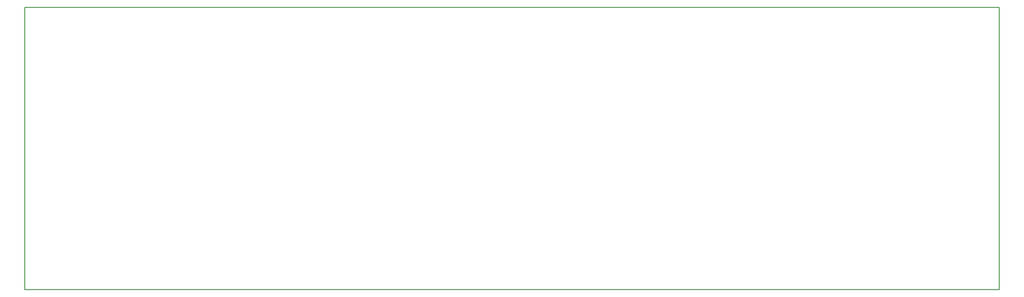
<source format=gbr>
G04 #@! TF.GenerationSoftware,KiCad,Pcbnew,(5.0.0-rc2-dev-444-g2974a2c10)*
G04 #@! TF.CreationDate,2018-06-15T13:30:19+02:00*
G04 #@! TF.ProjectId,BackplanePCB_solder,4261636B706C616E655043425F736F6C,rev?*
G04 #@! TF.SameCoordinates,Original*
G04 #@! TF.FileFunction,Profile,NP*
%FSLAX46Y46*%
G04 Gerber Fmt 4.6, Leading zero omitted, Abs format (unit mm)*
G04 Created by KiCad (PCBNEW (5.0.0-rc2-dev-444-g2974a2c10)) date 06/15/18 13:30:19*
%MOMM*%
%LPD*%
G01*
G04 APERTURE LIST*
%ADD10C,0.150000*%
G04 APERTURE END LIST*
D10*
X340000000Y-176000000D02*
X340000000Y-231000000D01*
X530000000Y-231000000D02*
X340000000Y-231000000D01*
X530000000Y-176000000D02*
X530000000Y-231000000D01*
X340000000Y-176000000D02*
X530000000Y-176000000D01*
M02*

</source>
